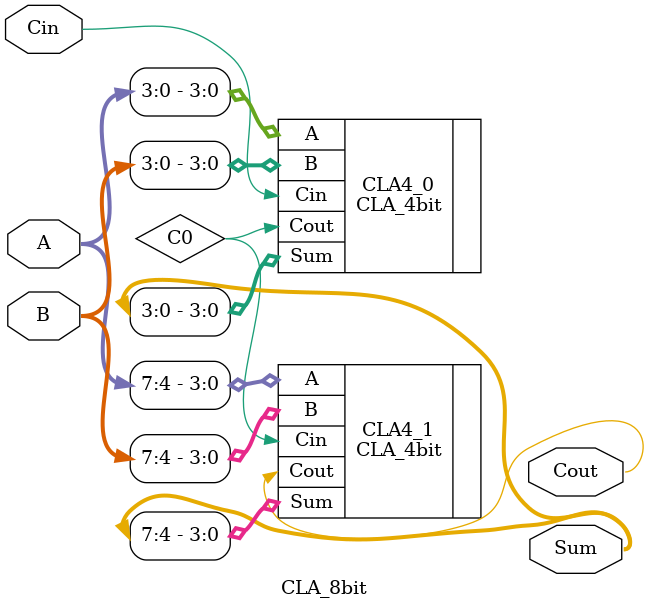
<source format=sv>
module CLA_8bit(
	input [7:0] A,
	input [7:0] B,
    input Cin,
    output [7:0] Sum,
    output Cout
);

wire C0;

CLA_4bit CLA4_0(.A(A[3:0]), .B(B[3:0]), .Cin(Cin), .Sum(Sum[3:0]), .Cout(C0));
CLA_4bit CLA4_1(.A(A[7:4]), .B(B[7:4]), .Cin(C0), .Sum(Sum[7:4]), .Cout(Cout));


endmodule
</source>
